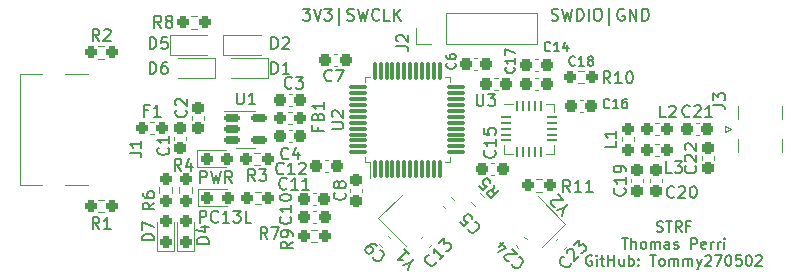
<source format=gto>
%TF.GenerationSoftware,KiCad,Pcbnew,(6.0.4)*%
%TF.CreationDate,2022-11-28T16:04:11+01:00*%
%TF.ProjectId,STM32F103RF,53544d33-3246-4313-9033-52462e6b6963,1*%
%TF.SameCoordinates,Original*%
%TF.FileFunction,Legend,Top*%
%TF.FilePolarity,Positive*%
%FSLAX46Y46*%
G04 Gerber Fmt 4.6, Leading zero omitted, Abs format (unit mm)*
G04 Created by KiCad (PCBNEW (6.0.4)) date 2022-11-28 16:04:11*
%MOMM*%
%LPD*%
G01*
G04 APERTURE LIST*
G04 Aperture macros list*
%AMRoundRect*
0 Rectangle with rounded corners*
0 $1 Rounding radius*
0 $2 $3 $4 $5 $6 $7 $8 $9 X,Y pos of 4 corners*
0 Add a 4 corners polygon primitive as box body*
4,1,4,$2,$3,$4,$5,$6,$7,$8,$9,$2,$3,0*
0 Add four circle primitives for the rounded corners*
1,1,$1+$1,$2,$3*
1,1,$1+$1,$4,$5*
1,1,$1+$1,$6,$7*
1,1,$1+$1,$8,$9*
0 Add four rect primitives between the rounded corners*
20,1,$1+$1,$2,$3,$4,$5,0*
20,1,$1+$1,$4,$5,$6,$7,0*
20,1,$1+$1,$6,$7,$8,$9,0*
20,1,$1+$1,$8,$9,$2,$3,0*%
%AMRotRect*
0 Rectangle, with rotation*
0 The origin of the aperture is its center*
0 $1 length*
0 $2 width*
0 $3 Rotation angle, in degrees counterclockwise*
0 Add horizontal line*
21,1,$1,$2,0,0,$3*%
G04 Aperture macros list end*
%ADD10C,0.150000*%
%ADD11C,0.120000*%
%ADD12RoundRect,0.237500X0.237500X-0.300000X0.237500X0.300000X-0.237500X0.300000X-0.237500X-0.300000X0*%
%ADD13RoundRect,0.237500X-0.287500X-0.237500X0.287500X-0.237500X0.287500X0.237500X-0.287500X0.237500X0*%
%ADD14RoundRect,0.237500X-0.237500X0.250000X-0.237500X-0.250000X0.237500X-0.250000X0.237500X0.250000X0*%
%ADD15RoundRect,0.237500X-0.344715X0.008839X0.008839X-0.344715X0.344715X-0.008839X-0.008839X0.344715X0*%
%ADD16RoundRect,0.237500X0.300000X0.237500X-0.300000X0.237500X-0.300000X-0.237500X0.300000X-0.237500X0*%
%ADD17RoundRect,0.075000X0.075000X-0.662500X0.075000X0.662500X-0.075000X0.662500X-0.075000X-0.662500X0*%
%ADD18RoundRect,0.075000X0.662500X-0.075000X0.662500X0.075000X-0.662500X0.075000X-0.662500X-0.075000X0*%
%ADD19RoundRect,0.237500X0.237500X-0.287500X0.237500X0.287500X-0.237500X0.287500X-0.237500X-0.287500X0*%
%ADD20RoundRect,0.237500X-0.380070X0.044194X0.044194X-0.380070X0.380070X-0.044194X-0.044194X0.380070X0*%
%ADD21R,1.700000X1.700000*%
%ADD22O,1.700000X1.700000*%
%ADD23C,0.650000*%
%ADD24R,1.450000X0.600000*%
%ADD25R,1.450000X0.300000*%
%ADD26O,1.600000X1.000000*%
%ADD27O,2.100000X1.000000*%
%ADD28RoundRect,0.237500X0.287500X0.237500X-0.287500X0.237500X-0.287500X-0.237500X0.287500X-0.237500X0*%
%ADD29RoundRect,0.237500X-0.300000X-0.237500X0.300000X-0.237500X0.300000X0.237500X-0.300000X0.237500X0*%
%ADD30RoundRect,0.237500X-0.250000X-0.237500X0.250000X-0.237500X0.250000X0.237500X-0.250000X0.237500X0*%
%ADD31RoundRect,0.237500X-0.237500X0.300000X-0.237500X-0.300000X0.237500X-0.300000X0.237500X0.300000X0*%
%ADD32R,1.000000X1.000000*%
%ADD33RoundRect,0.237500X0.044194X0.380070X-0.380070X-0.044194X-0.044194X-0.380070X0.380070X0.044194X0*%
%ADD34RoundRect,0.237500X0.250000X0.237500X-0.250000X0.237500X-0.250000X-0.237500X0.250000X-0.237500X0*%
%ADD35RoundRect,0.062500X-0.350000X-0.062500X0.350000X-0.062500X0.350000X0.062500X-0.350000X0.062500X0*%
%ADD36RoundRect,0.062500X-0.062500X-0.350000X0.062500X-0.350000X0.062500X0.350000X-0.062500X0.350000X0*%
%ADD37R,2.500000X2.500000*%
%ADD38RotRect,1.150000X1.000000X315.000000*%
%ADD39R,3.600000X1.270000*%
%ADD40R,4.200000X1.350000*%
%ADD41RoundRect,0.150000X-0.512500X-0.150000X0.512500X-0.150000X0.512500X0.150000X-0.512500X0.150000X0*%
%ADD42RotRect,1.150000X1.000000X135.000000*%
G04 APERTURE END LIST*
D10*
X111149702Y-53542261D02*
X111292559Y-53589880D01*
X111530654Y-53589880D01*
X111625892Y-53542261D01*
X111673511Y-53494642D01*
X111721130Y-53399404D01*
X111721130Y-53304166D01*
X111673511Y-53208928D01*
X111625892Y-53161309D01*
X111530654Y-53113690D01*
X111340178Y-53066071D01*
X111244940Y-53018452D01*
X111197321Y-52970833D01*
X111149702Y-52875595D01*
X111149702Y-52780357D01*
X111197321Y-52685119D01*
X111244940Y-52637500D01*
X111340178Y-52589880D01*
X111578273Y-52589880D01*
X111721130Y-52637500D01*
X112054464Y-52589880D02*
X112292559Y-53589880D01*
X112483035Y-52875595D01*
X112673511Y-53589880D01*
X112911607Y-52589880D01*
X113292559Y-53589880D02*
X113292559Y-52589880D01*
X113530654Y-52589880D01*
X113673511Y-52637500D01*
X113768750Y-52732738D01*
X113816369Y-52827976D01*
X113863988Y-53018452D01*
X113863988Y-53161309D01*
X113816369Y-53351785D01*
X113768750Y-53447023D01*
X113673511Y-53542261D01*
X113530654Y-53589880D01*
X113292559Y-53589880D01*
X114292559Y-53589880D02*
X114292559Y-52589880D01*
X114959226Y-52589880D02*
X115149702Y-52589880D01*
X115244940Y-52637500D01*
X115340178Y-52732738D01*
X115387797Y-52923214D01*
X115387797Y-53256547D01*
X115340178Y-53447023D01*
X115244940Y-53542261D01*
X115149702Y-53589880D01*
X114959226Y-53589880D01*
X114863988Y-53542261D01*
X114768750Y-53447023D01*
X114721130Y-53256547D01*
X114721130Y-52923214D01*
X114768750Y-52732738D01*
X114863988Y-52637500D01*
X114959226Y-52589880D01*
X116054464Y-53923214D02*
X116054464Y-52494642D01*
X117292559Y-52637500D02*
X117197321Y-52589880D01*
X117054464Y-52589880D01*
X116911607Y-52637500D01*
X116816369Y-52732738D01*
X116768750Y-52827976D01*
X116721130Y-53018452D01*
X116721130Y-53161309D01*
X116768750Y-53351785D01*
X116816369Y-53447023D01*
X116911607Y-53542261D01*
X117054464Y-53589880D01*
X117149702Y-53589880D01*
X117292559Y-53542261D01*
X117340178Y-53494642D01*
X117340178Y-53161309D01*
X117149702Y-53161309D01*
X117768750Y-53589880D02*
X117768750Y-52589880D01*
X118340178Y-53589880D01*
X118340178Y-52589880D01*
X118816369Y-53589880D02*
X118816369Y-52589880D01*
X119054464Y-52589880D01*
X119197321Y-52637500D01*
X119292559Y-52732738D01*
X119340178Y-52827976D01*
X119387797Y-53018452D01*
X119387797Y-53161309D01*
X119340178Y-53351785D01*
X119292559Y-53447023D01*
X119197321Y-53542261D01*
X119054464Y-53589880D01*
X118816369Y-53589880D01*
X81349702Y-70689880D02*
X81349702Y-69689880D01*
X81730654Y-69689880D01*
X81825892Y-69737500D01*
X81873511Y-69785119D01*
X81921130Y-69880357D01*
X81921130Y-70023214D01*
X81873511Y-70118452D01*
X81825892Y-70166071D01*
X81730654Y-70213690D01*
X81349702Y-70213690D01*
X82921130Y-70594642D02*
X82873511Y-70642261D01*
X82730654Y-70689880D01*
X82635416Y-70689880D01*
X82492559Y-70642261D01*
X82397321Y-70547023D01*
X82349702Y-70451785D01*
X82302083Y-70261309D01*
X82302083Y-70118452D01*
X82349702Y-69927976D01*
X82397321Y-69832738D01*
X82492559Y-69737500D01*
X82635416Y-69689880D01*
X82730654Y-69689880D01*
X82873511Y-69737500D01*
X82921130Y-69785119D01*
X83873511Y-70689880D02*
X83302083Y-70689880D01*
X83587797Y-70689880D02*
X83587797Y-69689880D01*
X83492559Y-69832738D01*
X83397321Y-69927976D01*
X83302083Y-69975595D01*
X84206845Y-69689880D02*
X84825892Y-69689880D01*
X84492559Y-70070833D01*
X84635416Y-70070833D01*
X84730654Y-70118452D01*
X84778273Y-70166071D01*
X84825892Y-70261309D01*
X84825892Y-70499404D01*
X84778273Y-70594642D01*
X84730654Y-70642261D01*
X84635416Y-70689880D01*
X84349702Y-70689880D01*
X84254464Y-70642261D01*
X84206845Y-70594642D01*
X85730654Y-70689880D02*
X85254464Y-70689880D01*
X85254464Y-69689880D01*
X120064285Y-71415285D02*
X120192857Y-71458142D01*
X120407142Y-71458142D01*
X120492857Y-71415285D01*
X120535714Y-71372428D01*
X120578571Y-71286714D01*
X120578571Y-71201000D01*
X120535714Y-71115285D01*
X120492857Y-71072428D01*
X120407142Y-71029571D01*
X120235714Y-70986714D01*
X120150000Y-70943857D01*
X120107142Y-70901000D01*
X120064285Y-70815285D01*
X120064285Y-70729571D01*
X120107142Y-70643857D01*
X120150000Y-70601000D01*
X120235714Y-70558142D01*
X120450000Y-70558142D01*
X120578571Y-70601000D01*
X120835714Y-70558142D02*
X121350000Y-70558142D01*
X121092857Y-71458142D02*
X121092857Y-70558142D01*
X122164285Y-71458142D02*
X121864285Y-71029571D01*
X121650000Y-71458142D02*
X121650000Y-70558142D01*
X121992857Y-70558142D01*
X122078571Y-70601000D01*
X122121428Y-70643857D01*
X122164285Y-70729571D01*
X122164285Y-70858142D01*
X122121428Y-70943857D01*
X122078571Y-70986714D01*
X121992857Y-71029571D01*
X121650000Y-71029571D01*
X122850000Y-70986714D02*
X122550000Y-70986714D01*
X122550000Y-71458142D02*
X122550000Y-70558142D01*
X122978571Y-70558142D01*
X117107142Y-72007142D02*
X117621428Y-72007142D01*
X117364285Y-72907142D02*
X117364285Y-72007142D01*
X117921428Y-72907142D02*
X117921428Y-72007142D01*
X118307142Y-72907142D02*
X118307142Y-72435714D01*
X118264285Y-72350000D01*
X118178571Y-72307142D01*
X118050000Y-72307142D01*
X117964285Y-72350000D01*
X117921428Y-72392857D01*
X118864285Y-72907142D02*
X118778571Y-72864285D01*
X118735714Y-72821428D01*
X118692857Y-72735714D01*
X118692857Y-72478571D01*
X118735714Y-72392857D01*
X118778571Y-72350000D01*
X118864285Y-72307142D01*
X118992857Y-72307142D01*
X119078571Y-72350000D01*
X119121428Y-72392857D01*
X119164285Y-72478571D01*
X119164285Y-72735714D01*
X119121428Y-72821428D01*
X119078571Y-72864285D01*
X118992857Y-72907142D01*
X118864285Y-72907142D01*
X119550000Y-72907142D02*
X119550000Y-72307142D01*
X119550000Y-72392857D02*
X119592857Y-72350000D01*
X119678571Y-72307142D01*
X119807142Y-72307142D01*
X119892857Y-72350000D01*
X119935714Y-72435714D01*
X119935714Y-72907142D01*
X119935714Y-72435714D02*
X119978571Y-72350000D01*
X120064285Y-72307142D01*
X120192857Y-72307142D01*
X120278571Y-72350000D01*
X120321428Y-72435714D01*
X120321428Y-72907142D01*
X121135714Y-72907142D02*
X121135714Y-72435714D01*
X121092857Y-72350000D01*
X121007142Y-72307142D01*
X120835714Y-72307142D01*
X120750000Y-72350000D01*
X121135714Y-72864285D02*
X121050000Y-72907142D01*
X120835714Y-72907142D01*
X120750000Y-72864285D01*
X120707142Y-72778571D01*
X120707142Y-72692857D01*
X120750000Y-72607142D01*
X120835714Y-72564285D01*
X121050000Y-72564285D01*
X121135714Y-72521428D01*
X121521428Y-72864285D02*
X121607142Y-72907142D01*
X121778571Y-72907142D01*
X121864285Y-72864285D01*
X121907142Y-72778571D01*
X121907142Y-72735714D01*
X121864285Y-72650000D01*
X121778571Y-72607142D01*
X121650000Y-72607142D01*
X121564285Y-72564285D01*
X121521428Y-72478571D01*
X121521428Y-72435714D01*
X121564285Y-72350000D01*
X121650000Y-72307142D01*
X121778571Y-72307142D01*
X121864285Y-72350000D01*
X122978571Y-72907142D02*
X122978571Y-72007142D01*
X123321428Y-72007142D01*
X123407142Y-72050000D01*
X123450000Y-72092857D01*
X123492857Y-72178571D01*
X123492857Y-72307142D01*
X123450000Y-72392857D01*
X123407142Y-72435714D01*
X123321428Y-72478571D01*
X122978571Y-72478571D01*
X124221428Y-72864285D02*
X124135714Y-72907142D01*
X123964285Y-72907142D01*
X123878571Y-72864285D01*
X123835714Y-72778571D01*
X123835714Y-72435714D01*
X123878571Y-72350000D01*
X123964285Y-72307142D01*
X124135714Y-72307142D01*
X124221428Y-72350000D01*
X124264285Y-72435714D01*
X124264285Y-72521428D01*
X123835714Y-72607142D01*
X124650000Y-72907142D02*
X124650000Y-72307142D01*
X124650000Y-72478571D02*
X124692857Y-72392857D01*
X124735714Y-72350000D01*
X124821428Y-72307142D01*
X124907142Y-72307142D01*
X125207142Y-72907142D02*
X125207142Y-72307142D01*
X125207142Y-72478571D02*
X125250000Y-72392857D01*
X125292857Y-72350000D01*
X125378571Y-72307142D01*
X125464285Y-72307142D01*
X125764285Y-72907142D02*
X125764285Y-72307142D01*
X125764285Y-72007142D02*
X125721428Y-72050000D01*
X125764285Y-72092857D01*
X125807142Y-72050000D01*
X125764285Y-72007142D01*
X125764285Y-72092857D01*
X114557142Y-73499000D02*
X114471428Y-73456142D01*
X114342857Y-73456142D01*
X114214285Y-73499000D01*
X114128571Y-73584714D01*
X114085714Y-73670428D01*
X114042857Y-73841857D01*
X114042857Y-73970428D01*
X114085714Y-74141857D01*
X114128571Y-74227571D01*
X114214285Y-74313285D01*
X114342857Y-74356142D01*
X114428571Y-74356142D01*
X114557142Y-74313285D01*
X114600000Y-74270428D01*
X114600000Y-73970428D01*
X114428571Y-73970428D01*
X114985714Y-74356142D02*
X114985714Y-73756142D01*
X114985714Y-73456142D02*
X114942857Y-73499000D01*
X114985714Y-73541857D01*
X115028571Y-73499000D01*
X114985714Y-73456142D01*
X114985714Y-73541857D01*
X115285714Y-73756142D02*
X115628571Y-73756142D01*
X115414285Y-73456142D02*
X115414285Y-74227571D01*
X115457142Y-74313285D01*
X115542857Y-74356142D01*
X115628571Y-74356142D01*
X115928571Y-74356142D02*
X115928571Y-73456142D01*
X115928571Y-73884714D02*
X116442857Y-73884714D01*
X116442857Y-74356142D02*
X116442857Y-73456142D01*
X117257142Y-73756142D02*
X117257142Y-74356142D01*
X116871428Y-73756142D02*
X116871428Y-74227571D01*
X116914285Y-74313285D01*
X117000000Y-74356142D01*
X117128571Y-74356142D01*
X117214285Y-74313285D01*
X117257142Y-74270428D01*
X117685714Y-74356142D02*
X117685714Y-73456142D01*
X117685714Y-73799000D02*
X117771428Y-73756142D01*
X117942857Y-73756142D01*
X118028571Y-73799000D01*
X118071428Y-73841857D01*
X118114285Y-73927571D01*
X118114285Y-74184714D01*
X118071428Y-74270428D01*
X118028571Y-74313285D01*
X117942857Y-74356142D01*
X117771428Y-74356142D01*
X117685714Y-74313285D01*
X118500000Y-74270428D02*
X118542857Y-74313285D01*
X118500000Y-74356142D01*
X118457142Y-74313285D01*
X118500000Y-74270428D01*
X118500000Y-74356142D01*
X118500000Y-73799000D02*
X118542857Y-73841857D01*
X118500000Y-73884714D01*
X118457142Y-73841857D01*
X118500000Y-73799000D01*
X118500000Y-73884714D01*
X119485714Y-73456142D02*
X120000000Y-73456142D01*
X119742857Y-74356142D02*
X119742857Y-73456142D01*
X120428571Y-74356142D02*
X120342857Y-74313285D01*
X120300000Y-74270428D01*
X120257142Y-74184714D01*
X120257142Y-73927571D01*
X120300000Y-73841857D01*
X120342857Y-73799000D01*
X120428571Y-73756142D01*
X120557142Y-73756142D01*
X120642857Y-73799000D01*
X120685714Y-73841857D01*
X120728571Y-73927571D01*
X120728571Y-74184714D01*
X120685714Y-74270428D01*
X120642857Y-74313285D01*
X120557142Y-74356142D01*
X120428571Y-74356142D01*
X121114285Y-74356142D02*
X121114285Y-73756142D01*
X121114285Y-73841857D02*
X121157142Y-73799000D01*
X121242857Y-73756142D01*
X121371428Y-73756142D01*
X121457142Y-73799000D01*
X121500000Y-73884714D01*
X121500000Y-74356142D01*
X121500000Y-73884714D02*
X121542857Y-73799000D01*
X121628571Y-73756142D01*
X121757142Y-73756142D01*
X121842857Y-73799000D01*
X121885714Y-73884714D01*
X121885714Y-74356142D01*
X122314285Y-74356142D02*
X122314285Y-73756142D01*
X122314285Y-73841857D02*
X122357142Y-73799000D01*
X122442857Y-73756142D01*
X122571428Y-73756142D01*
X122657142Y-73799000D01*
X122700000Y-73884714D01*
X122700000Y-74356142D01*
X122700000Y-73884714D02*
X122742857Y-73799000D01*
X122828571Y-73756142D01*
X122957142Y-73756142D01*
X123042857Y-73799000D01*
X123085714Y-73884714D01*
X123085714Y-74356142D01*
X123428571Y-73756142D02*
X123642857Y-74356142D01*
X123857142Y-73756142D02*
X123642857Y-74356142D01*
X123557142Y-74570428D01*
X123514285Y-74613285D01*
X123428571Y-74656142D01*
X124157142Y-73541857D02*
X124200000Y-73499000D01*
X124285714Y-73456142D01*
X124500000Y-73456142D01*
X124585714Y-73499000D01*
X124628571Y-73541857D01*
X124671428Y-73627571D01*
X124671428Y-73713285D01*
X124628571Y-73841857D01*
X124114285Y-74356142D01*
X124671428Y-74356142D01*
X124971428Y-73456142D02*
X125571428Y-73456142D01*
X125185714Y-74356142D01*
X126085714Y-73456142D02*
X126171428Y-73456142D01*
X126257142Y-73499000D01*
X126300000Y-73541857D01*
X126342857Y-73627571D01*
X126385714Y-73799000D01*
X126385714Y-74013285D01*
X126342857Y-74184714D01*
X126300000Y-74270428D01*
X126257142Y-74313285D01*
X126171428Y-74356142D01*
X126085714Y-74356142D01*
X126000000Y-74313285D01*
X125957142Y-74270428D01*
X125914285Y-74184714D01*
X125871428Y-74013285D01*
X125871428Y-73799000D01*
X125914285Y-73627571D01*
X125957142Y-73541857D01*
X126000000Y-73499000D01*
X126085714Y-73456142D01*
X127200000Y-73456142D02*
X126771428Y-73456142D01*
X126728571Y-73884714D01*
X126771428Y-73841857D01*
X126857142Y-73799000D01*
X127071428Y-73799000D01*
X127157142Y-73841857D01*
X127200000Y-73884714D01*
X127242857Y-73970428D01*
X127242857Y-74184714D01*
X127200000Y-74270428D01*
X127157142Y-74313285D01*
X127071428Y-74356142D01*
X126857142Y-74356142D01*
X126771428Y-74313285D01*
X126728571Y-74270428D01*
X127799999Y-73456142D02*
X127885714Y-73456142D01*
X127971428Y-73499000D01*
X128014285Y-73541857D01*
X128057142Y-73627571D01*
X128099999Y-73799000D01*
X128099999Y-74013285D01*
X128057142Y-74184714D01*
X128014285Y-74270428D01*
X127971428Y-74313285D01*
X127885714Y-74356142D01*
X127799999Y-74356142D01*
X127714285Y-74313285D01*
X127671428Y-74270428D01*
X127628571Y-74184714D01*
X127585714Y-74013285D01*
X127585714Y-73799000D01*
X127628571Y-73627571D01*
X127671428Y-73541857D01*
X127714285Y-73499000D01*
X127799999Y-73456142D01*
X128442857Y-73541857D02*
X128485714Y-73499000D01*
X128571428Y-73456142D01*
X128785714Y-73456142D01*
X128871428Y-73499000D01*
X128914285Y-73541857D01*
X128957142Y-73627571D01*
X128957142Y-73713285D01*
X128914285Y-73841857D01*
X128399999Y-74356142D01*
X128957142Y-74356142D01*
X90102083Y-52589880D02*
X90721130Y-52589880D01*
X90387797Y-52970833D01*
X90530654Y-52970833D01*
X90625892Y-53018452D01*
X90673511Y-53066071D01*
X90721130Y-53161309D01*
X90721130Y-53399404D01*
X90673511Y-53494642D01*
X90625892Y-53542261D01*
X90530654Y-53589880D01*
X90244940Y-53589880D01*
X90149702Y-53542261D01*
X90102083Y-53494642D01*
X91006845Y-52589880D02*
X91340178Y-53589880D01*
X91673511Y-52589880D01*
X91911607Y-52589880D02*
X92530654Y-52589880D01*
X92197321Y-52970833D01*
X92340178Y-52970833D01*
X92435416Y-53018452D01*
X92483035Y-53066071D01*
X92530654Y-53161309D01*
X92530654Y-53399404D01*
X92483035Y-53494642D01*
X92435416Y-53542261D01*
X92340178Y-53589880D01*
X92054464Y-53589880D01*
X91959226Y-53542261D01*
X91911607Y-53494642D01*
X93197321Y-53923214D02*
X93197321Y-52494642D01*
X93863988Y-53542261D02*
X94006845Y-53589880D01*
X94244940Y-53589880D01*
X94340178Y-53542261D01*
X94387797Y-53494642D01*
X94435416Y-53399404D01*
X94435416Y-53304166D01*
X94387797Y-53208928D01*
X94340178Y-53161309D01*
X94244940Y-53113690D01*
X94054464Y-53066071D01*
X93959226Y-53018452D01*
X93911607Y-52970833D01*
X93863988Y-52875595D01*
X93863988Y-52780357D01*
X93911607Y-52685119D01*
X93959226Y-52637500D01*
X94054464Y-52589880D01*
X94292559Y-52589880D01*
X94435416Y-52637500D01*
X94768750Y-52589880D02*
X95006845Y-53589880D01*
X95197321Y-52875595D01*
X95387797Y-53589880D01*
X95625892Y-52589880D01*
X96578273Y-53494642D02*
X96530654Y-53542261D01*
X96387797Y-53589880D01*
X96292559Y-53589880D01*
X96149702Y-53542261D01*
X96054464Y-53447023D01*
X96006845Y-53351785D01*
X95959226Y-53161309D01*
X95959226Y-53018452D01*
X96006845Y-52827976D01*
X96054464Y-52732738D01*
X96149702Y-52637500D01*
X96292559Y-52589880D01*
X96387797Y-52589880D01*
X96530654Y-52637500D01*
X96578273Y-52685119D01*
X97483035Y-53589880D02*
X97006845Y-53589880D01*
X97006845Y-52589880D01*
X97816369Y-53589880D02*
X97816369Y-52589880D01*
X98387797Y-53589880D02*
X97959226Y-53018452D01*
X98387797Y-52589880D02*
X97816369Y-53161309D01*
X81397916Y-67339880D02*
X81397916Y-66339880D01*
X81778869Y-66339880D01*
X81874107Y-66387500D01*
X81921726Y-66435119D01*
X81969345Y-66530357D01*
X81969345Y-66673214D01*
X81921726Y-66768452D01*
X81874107Y-66816071D01*
X81778869Y-66863690D01*
X81397916Y-66863690D01*
X82302678Y-66339880D02*
X82540773Y-67339880D01*
X82731250Y-66625595D01*
X82921726Y-67339880D01*
X83159821Y-66339880D01*
X84112202Y-67339880D02*
X83778869Y-66863690D01*
X83540773Y-67339880D02*
X83540773Y-66339880D01*
X83921726Y-66339880D01*
X84016964Y-66387500D01*
X84064583Y-66435119D01*
X84112202Y-66530357D01*
X84112202Y-66673214D01*
X84064583Y-66768452D01*
X84016964Y-66816071D01*
X83921726Y-66863690D01*
X83540773Y-66863690D01*
X80188392Y-61154166D02*
X80236011Y-61201785D01*
X80283630Y-61344642D01*
X80283630Y-61439880D01*
X80236011Y-61582738D01*
X80140773Y-61677976D01*
X80045535Y-61725595D01*
X79855059Y-61773214D01*
X79712202Y-61773214D01*
X79521726Y-61725595D01*
X79426488Y-61677976D01*
X79331250Y-61582738D01*
X79283630Y-61439880D01*
X79283630Y-61344642D01*
X79331250Y-61201785D01*
X79378869Y-61154166D01*
X79378869Y-60773214D02*
X79331250Y-60725595D01*
X79283630Y-60630357D01*
X79283630Y-60392261D01*
X79331250Y-60297023D01*
X79378869Y-60249404D01*
X79474107Y-60201785D01*
X79569345Y-60201785D01*
X79712202Y-60249404D01*
X80283630Y-60820833D01*
X80283630Y-60201785D01*
X79802083Y-66289880D02*
X79468750Y-65813690D01*
X79230654Y-66289880D02*
X79230654Y-65289880D01*
X79611607Y-65289880D01*
X79706845Y-65337500D01*
X79754464Y-65385119D01*
X79802083Y-65480357D01*
X79802083Y-65623214D01*
X79754464Y-65718452D01*
X79706845Y-65766071D01*
X79611607Y-65813690D01*
X79230654Y-65813690D01*
X80659226Y-65623214D02*
X80659226Y-66289880D01*
X80421130Y-65242261D02*
X80183035Y-65956547D01*
X80802083Y-65956547D01*
X121525892Y-68494642D02*
X121478273Y-68542261D01*
X121335416Y-68589880D01*
X121240178Y-68589880D01*
X121097321Y-68542261D01*
X121002083Y-68447023D01*
X120954464Y-68351785D01*
X120906845Y-68161309D01*
X120906845Y-68018452D01*
X120954464Y-67827976D01*
X121002083Y-67732738D01*
X121097321Y-67637500D01*
X121240178Y-67589880D01*
X121335416Y-67589880D01*
X121478273Y-67637500D01*
X121525892Y-67685119D01*
X121906845Y-67685119D02*
X121954464Y-67637500D01*
X122049702Y-67589880D01*
X122287797Y-67589880D01*
X122383035Y-67637500D01*
X122430654Y-67685119D01*
X122478273Y-67780357D01*
X122478273Y-67875595D01*
X122430654Y-68018452D01*
X121859226Y-68589880D01*
X122478273Y-68589880D01*
X123097321Y-67589880D02*
X123192559Y-67589880D01*
X123287797Y-67637500D01*
X123335416Y-67685119D01*
X123383035Y-67780357D01*
X123430654Y-67970833D01*
X123430654Y-68208928D01*
X123383035Y-68399404D01*
X123335416Y-68494642D01*
X123287797Y-68542261D01*
X123192559Y-68589880D01*
X123097321Y-68589880D01*
X123002083Y-68542261D01*
X122954464Y-68494642D01*
X122906845Y-68399404D01*
X122859226Y-68208928D01*
X122859226Y-67970833D01*
X122906845Y-67780357D01*
X122954464Y-67685119D01*
X123002083Y-67637500D01*
X123097321Y-67589880D01*
X106317645Y-67524306D02*
X106216630Y-68096726D01*
X106721706Y-67928367D02*
X106014600Y-68635474D01*
X105745225Y-68366100D01*
X105711554Y-68265085D01*
X105711554Y-68197741D01*
X105745225Y-68096726D01*
X105846241Y-67995711D01*
X105947256Y-67962039D01*
X106014600Y-67962039D01*
X106115615Y-67995711D01*
X106384989Y-68265085D01*
X104970775Y-67591649D02*
X105307493Y-67928367D01*
X105677882Y-67625321D01*
X105610538Y-67625321D01*
X105509523Y-67591649D01*
X105341164Y-67423291D01*
X105307493Y-67322275D01*
X105307493Y-67254932D01*
X105341164Y-67153917D01*
X105509523Y-66985558D01*
X105610538Y-66951886D01*
X105677882Y-66951886D01*
X105778897Y-66985558D01*
X105947256Y-67153917D01*
X105980928Y-67254932D01*
X105980928Y-67322275D01*
X88460267Y-66510267D02*
X88412648Y-66557886D01*
X88269791Y-66605505D01*
X88174553Y-66605505D01*
X88031696Y-66557886D01*
X87936458Y-66462648D01*
X87888839Y-66367410D01*
X87841220Y-66176934D01*
X87841220Y-66034077D01*
X87888839Y-65843601D01*
X87936458Y-65748363D01*
X88031696Y-65653125D01*
X88174553Y-65605505D01*
X88269791Y-65605505D01*
X88412648Y-65653125D01*
X88460267Y-65700744D01*
X89412648Y-66605505D02*
X88841220Y-66605505D01*
X89126934Y-66605505D02*
X89126934Y-65605505D01*
X89031696Y-65748363D01*
X88936458Y-65843601D01*
X88841220Y-65891220D01*
X89793601Y-65700744D02*
X89841220Y-65653125D01*
X89936458Y-65605505D01*
X90174553Y-65605505D01*
X90269791Y-65653125D01*
X90317410Y-65700744D01*
X90365029Y-65795982D01*
X90365029Y-65891220D01*
X90317410Y-66034077D01*
X89745982Y-66605505D01*
X90365029Y-66605505D01*
X92533630Y-62749404D02*
X93343154Y-62749404D01*
X93438392Y-62701785D01*
X93486011Y-62654166D01*
X93533630Y-62558928D01*
X93533630Y-62368452D01*
X93486011Y-62273214D01*
X93438392Y-62225595D01*
X93343154Y-62177976D01*
X92533630Y-62177976D01*
X92628869Y-61749404D02*
X92581250Y-61701785D01*
X92533630Y-61606547D01*
X92533630Y-61368452D01*
X92581250Y-61273214D01*
X92628869Y-61225595D01*
X92724107Y-61177976D01*
X92819345Y-61177976D01*
X92962202Y-61225595D01*
X93533630Y-61797023D01*
X93533630Y-61177976D01*
X116646130Y-63804166D02*
X116646130Y-64280357D01*
X115646130Y-64280357D01*
X116646130Y-62947023D02*
X116646130Y-63518452D01*
X116646130Y-63232738D02*
X115646130Y-63232738D01*
X115788988Y-63327976D01*
X115884226Y-63423214D01*
X115931845Y-63518452D01*
X91359821Y-62570833D02*
X91359821Y-62904166D01*
X91883630Y-62904166D02*
X90883630Y-62904166D01*
X90883630Y-62427976D01*
X91359821Y-61713690D02*
X91407440Y-61570833D01*
X91455059Y-61523214D01*
X91550297Y-61475595D01*
X91693154Y-61475595D01*
X91788392Y-61523214D01*
X91836011Y-61570833D01*
X91883630Y-61666071D01*
X91883630Y-62047023D01*
X90883630Y-62047023D01*
X90883630Y-61713690D01*
X90931250Y-61618452D01*
X90978869Y-61570833D01*
X91074107Y-61523214D01*
X91169345Y-61523214D01*
X91264583Y-61570833D01*
X91312202Y-61618452D01*
X91359821Y-61713690D01*
X91359821Y-62047023D01*
X91883630Y-60523214D02*
X91883630Y-61094642D01*
X91883630Y-60808928D02*
X90883630Y-60808928D01*
X91026488Y-60904166D01*
X91121726Y-60999404D01*
X91169345Y-61094642D01*
X96601639Y-73052813D02*
X96668982Y-73052813D01*
X96803669Y-73120157D01*
X96871013Y-73187501D01*
X96938356Y-73322188D01*
X96938356Y-73456875D01*
X96904685Y-73557890D01*
X96803669Y-73726249D01*
X96702654Y-73827264D01*
X96534295Y-73928279D01*
X96433280Y-73961951D01*
X96298593Y-73961951D01*
X96163906Y-73894607D01*
X96096562Y-73827264D01*
X96029219Y-73692577D01*
X96029219Y-73625233D01*
X96332265Y-72648752D02*
X96197578Y-72514065D01*
X96096562Y-72480394D01*
X96029219Y-72480394D01*
X95860860Y-72514065D01*
X95692501Y-72615081D01*
X95423127Y-72884455D01*
X95389456Y-72985470D01*
X95389456Y-73052813D01*
X95423127Y-73153829D01*
X95557814Y-73288516D01*
X95658830Y-73322188D01*
X95726173Y-73322188D01*
X95827188Y-73288516D01*
X95995547Y-73120157D01*
X96029219Y-73019142D01*
X96029219Y-72951798D01*
X95995547Y-72850783D01*
X95860860Y-72716096D01*
X95759845Y-72682424D01*
X95692501Y-72682424D01*
X95591486Y-72716096D01*
X98021130Y-55770833D02*
X98735416Y-55770833D01*
X98878273Y-55818452D01*
X98973511Y-55913690D01*
X99021130Y-56056547D01*
X99021130Y-56151785D01*
X98116369Y-55342261D02*
X98068750Y-55294642D01*
X98021130Y-55199404D01*
X98021130Y-54961309D01*
X98068750Y-54866071D01*
X98116369Y-54818452D01*
X98211607Y-54770833D01*
X98306845Y-54770833D01*
X98449702Y-54818452D01*
X99021130Y-55389880D01*
X99021130Y-54770833D01*
X75421130Y-64770833D02*
X76135416Y-64770833D01*
X76278273Y-64818452D01*
X76373511Y-64913690D01*
X76421130Y-65056547D01*
X76421130Y-65151785D01*
X76421130Y-63770833D02*
X76421130Y-64342261D01*
X76421130Y-64056547D02*
X75421130Y-64056547D01*
X75563988Y-64151785D01*
X75659226Y-64247023D01*
X75706845Y-64342261D01*
X77521130Y-69004166D02*
X77044940Y-69337500D01*
X77521130Y-69575595D02*
X76521130Y-69575595D01*
X76521130Y-69194642D01*
X76568750Y-69099404D01*
X76616369Y-69051785D01*
X76711607Y-69004166D01*
X76854464Y-69004166D01*
X76949702Y-69051785D01*
X76997321Y-69099404D01*
X77044940Y-69194642D01*
X77044940Y-69575595D01*
X76521130Y-68147023D02*
X76521130Y-68337500D01*
X76568750Y-68432738D01*
X76616369Y-68480357D01*
X76759226Y-68575595D01*
X76949702Y-68623214D01*
X77330654Y-68623214D01*
X77425892Y-68575595D01*
X77473511Y-68527976D01*
X77521130Y-68432738D01*
X77521130Y-68242261D01*
X77473511Y-68147023D01*
X77425892Y-68099404D01*
X77330654Y-68051785D01*
X77092559Y-68051785D01*
X76997321Y-68099404D01*
X76949702Y-68147023D01*
X76902083Y-68242261D01*
X76902083Y-68432738D01*
X76949702Y-68527976D01*
X76997321Y-68575595D01*
X77092559Y-68623214D01*
X117325892Y-67780357D02*
X117373511Y-67827976D01*
X117421130Y-67970833D01*
X117421130Y-68066071D01*
X117373511Y-68208928D01*
X117278273Y-68304166D01*
X117183035Y-68351785D01*
X116992559Y-68399404D01*
X116849702Y-68399404D01*
X116659226Y-68351785D01*
X116563988Y-68304166D01*
X116468750Y-68208928D01*
X116421130Y-68066071D01*
X116421130Y-67970833D01*
X116468750Y-67827976D01*
X116516369Y-67780357D01*
X117421130Y-66827976D02*
X117421130Y-67399404D01*
X117421130Y-67113690D02*
X116421130Y-67113690D01*
X116563988Y-67208928D01*
X116659226Y-67304166D01*
X116706845Y-67399404D01*
X117421130Y-66351785D02*
X117421130Y-66161309D01*
X117373511Y-66066071D01*
X117325892Y-66018452D01*
X117183035Y-65923214D01*
X116992559Y-65875595D01*
X116611607Y-65875595D01*
X116516369Y-65923214D01*
X116468750Y-65970833D01*
X116421130Y-66066071D01*
X116421130Y-66256547D01*
X116468750Y-66351785D01*
X116516369Y-66399404D01*
X116611607Y-66447023D01*
X116849702Y-66447023D01*
X116944940Y-66399404D01*
X116992559Y-66351785D01*
X117040178Y-66256547D01*
X117040178Y-66066071D01*
X116992559Y-65970833D01*
X116944940Y-65923214D01*
X116849702Y-65875595D01*
X88725892Y-67794642D02*
X88678273Y-67842261D01*
X88535416Y-67889880D01*
X88440178Y-67889880D01*
X88297321Y-67842261D01*
X88202083Y-67747023D01*
X88154464Y-67651785D01*
X88106845Y-67461309D01*
X88106845Y-67318452D01*
X88154464Y-67127976D01*
X88202083Y-67032738D01*
X88297321Y-66937500D01*
X88440178Y-66889880D01*
X88535416Y-66889880D01*
X88678273Y-66937500D01*
X88725892Y-66985119D01*
X89678273Y-67889880D02*
X89106845Y-67889880D01*
X89392559Y-67889880D02*
X89392559Y-66889880D01*
X89297321Y-67032738D01*
X89202083Y-67127976D01*
X89106845Y-67175595D01*
X90630654Y-67889880D02*
X90059226Y-67889880D01*
X90344940Y-67889880D02*
X90344940Y-66889880D01*
X90249702Y-67032738D01*
X90154464Y-67127976D01*
X90059226Y-67175595D01*
X121327083Y-66489880D02*
X120850892Y-66489880D01*
X120850892Y-65489880D01*
X121565178Y-65489880D02*
X122184226Y-65489880D01*
X121850892Y-65870833D01*
X121993750Y-65870833D01*
X122088988Y-65918452D01*
X122136607Y-65966071D01*
X122184226Y-66061309D01*
X122184226Y-66299404D01*
X122136607Y-66394642D01*
X122088988Y-66442261D01*
X121993750Y-66489880D01*
X121708035Y-66489880D01*
X121612797Y-66442261D01*
X121565178Y-66394642D01*
X102954464Y-57170833D02*
X102992559Y-57208928D01*
X103030654Y-57323214D01*
X103030654Y-57399404D01*
X102992559Y-57513690D01*
X102916369Y-57589880D01*
X102840178Y-57627976D01*
X102687797Y-57666071D01*
X102573511Y-57666071D01*
X102421130Y-57627976D01*
X102344940Y-57589880D01*
X102268750Y-57513690D01*
X102230654Y-57399404D01*
X102230654Y-57323214D01*
X102268750Y-57208928D01*
X102306845Y-57170833D01*
X102230654Y-56485119D02*
X102230654Y-56637500D01*
X102268750Y-56713690D01*
X102306845Y-56751785D01*
X102421130Y-56827976D01*
X102573511Y-56866071D01*
X102878273Y-56866071D01*
X102954464Y-56827976D01*
X102992559Y-56789880D01*
X103030654Y-56713690D01*
X103030654Y-56561309D01*
X102992559Y-56485119D01*
X102954464Y-56447023D01*
X102878273Y-56408928D01*
X102687797Y-56408928D01*
X102611607Y-56447023D01*
X102573511Y-56485119D01*
X102535416Y-56561309D01*
X102535416Y-56713690D01*
X102573511Y-56789880D01*
X102611607Y-56827976D01*
X102687797Y-56866071D01*
X72864583Y-71239880D02*
X72531250Y-70763690D01*
X72293154Y-71239880D02*
X72293154Y-70239880D01*
X72674107Y-70239880D01*
X72769345Y-70287500D01*
X72816964Y-70335119D01*
X72864583Y-70430357D01*
X72864583Y-70573214D01*
X72816964Y-70668452D01*
X72769345Y-70716071D01*
X72674107Y-70763690D01*
X72293154Y-70763690D01*
X73816964Y-71239880D02*
X73245535Y-71239880D01*
X73531250Y-71239880D02*
X73531250Y-70239880D01*
X73436011Y-70382738D01*
X73340773Y-70477976D01*
X73245535Y-70525595D01*
X78688392Y-64354166D02*
X78736011Y-64401785D01*
X78783630Y-64544642D01*
X78783630Y-64639880D01*
X78736011Y-64782738D01*
X78640773Y-64877976D01*
X78545535Y-64925595D01*
X78355059Y-64973214D01*
X78212202Y-64973214D01*
X78021726Y-64925595D01*
X77926488Y-64877976D01*
X77831250Y-64782738D01*
X77783630Y-64639880D01*
X77783630Y-64544642D01*
X77831250Y-64401785D01*
X77878869Y-64354166D01*
X78783630Y-63401785D02*
X78783630Y-63973214D01*
X78783630Y-63687500D02*
X77783630Y-63687500D01*
X77926488Y-63782738D01*
X78021726Y-63877976D01*
X78069345Y-63973214D01*
X87430654Y-55989880D02*
X87430654Y-54989880D01*
X87668750Y-54989880D01*
X87811607Y-55037500D01*
X87906845Y-55132738D01*
X87954464Y-55227976D01*
X88002083Y-55418452D01*
X88002083Y-55561309D01*
X87954464Y-55751785D01*
X87906845Y-55847023D01*
X87811607Y-55942261D01*
X87668750Y-55989880D01*
X87430654Y-55989880D01*
X88383035Y-55085119D02*
X88430654Y-55037500D01*
X88525892Y-54989880D01*
X88763988Y-54989880D01*
X88859226Y-55037500D01*
X88906845Y-55085119D01*
X88954464Y-55180357D01*
X88954464Y-55275595D01*
X88906845Y-55418452D01*
X88335416Y-55989880D01*
X88954464Y-55989880D01*
X101340382Y-74005769D02*
X101340382Y-74073113D01*
X101273038Y-74207800D01*
X101205695Y-74275143D01*
X101071008Y-74342487D01*
X100936321Y-74342487D01*
X100835306Y-74308815D01*
X100666947Y-74207800D01*
X100565932Y-74106785D01*
X100464916Y-73938426D01*
X100431245Y-73837411D01*
X100431245Y-73702724D01*
X100498588Y-73568037D01*
X100565932Y-73500693D01*
X100700619Y-73433350D01*
X100767962Y-73433350D01*
X102081161Y-73399678D02*
X101677100Y-73803739D01*
X101879130Y-73601708D02*
X101172023Y-72894601D01*
X101205695Y-73062960D01*
X101205695Y-73197647D01*
X101172023Y-73298663D01*
X101609756Y-72456869D02*
X102047489Y-72019136D01*
X102081161Y-72524212D01*
X102182176Y-72423197D01*
X102283191Y-72389525D01*
X102350535Y-72389525D01*
X102451550Y-72423197D01*
X102619909Y-72591556D01*
X102653580Y-72692571D01*
X102653580Y-72759914D01*
X102619909Y-72860930D01*
X102417878Y-73062960D01*
X102316863Y-73096632D01*
X102249519Y-73096632D01*
X86064583Y-67169880D02*
X85731250Y-66693690D01*
X85493154Y-67169880D02*
X85493154Y-66169880D01*
X85874107Y-66169880D01*
X85969345Y-66217500D01*
X86016964Y-66265119D01*
X86064583Y-66360357D01*
X86064583Y-66503214D01*
X86016964Y-66598452D01*
X85969345Y-66646071D01*
X85874107Y-66693690D01*
X85493154Y-66693690D01*
X86397916Y-66169880D02*
X87016964Y-66169880D01*
X86683630Y-66550833D01*
X86826488Y-66550833D01*
X86921726Y-66598452D01*
X86969345Y-66646071D01*
X87016964Y-66741309D01*
X87016964Y-66979404D01*
X86969345Y-67074642D01*
X86921726Y-67122261D01*
X86826488Y-67169880D01*
X86540773Y-67169880D01*
X86445535Y-67122261D01*
X86397916Y-67074642D01*
X78102083Y-54189880D02*
X77768750Y-53713690D01*
X77530654Y-54189880D02*
X77530654Y-53189880D01*
X77911607Y-53189880D01*
X78006845Y-53237500D01*
X78054464Y-53285119D01*
X78102083Y-53380357D01*
X78102083Y-53523214D01*
X78054464Y-53618452D01*
X78006845Y-53666071D01*
X77911607Y-53713690D01*
X77530654Y-53713690D01*
X78673511Y-53618452D02*
X78578273Y-53570833D01*
X78530654Y-53523214D01*
X78483035Y-53427976D01*
X78483035Y-53380357D01*
X78530654Y-53285119D01*
X78578273Y-53237500D01*
X78673511Y-53189880D01*
X78863988Y-53189880D01*
X78959226Y-53237500D01*
X79006845Y-53285119D01*
X79054464Y-53380357D01*
X79054464Y-53427976D01*
X79006845Y-53523214D01*
X78959226Y-53570833D01*
X78863988Y-53618452D01*
X78673511Y-53618452D01*
X78578273Y-53666071D01*
X78530654Y-53713690D01*
X78483035Y-53808928D01*
X78483035Y-53999404D01*
X78530654Y-54094642D01*
X78578273Y-54142261D01*
X78673511Y-54189880D01*
X78863988Y-54189880D01*
X78959226Y-54142261D01*
X79006845Y-54094642D01*
X79054464Y-53999404D01*
X79054464Y-53808928D01*
X79006845Y-53713690D01*
X78959226Y-53666071D01*
X78863988Y-53618452D01*
X104806845Y-59789880D02*
X104806845Y-60599404D01*
X104854464Y-60694642D01*
X104902083Y-60742261D01*
X104997321Y-60789880D01*
X105187797Y-60789880D01*
X105283035Y-60742261D01*
X105330654Y-60694642D01*
X105378273Y-60599404D01*
X105378273Y-59789880D01*
X105759226Y-59789880D02*
X106378273Y-59789880D01*
X106044940Y-60170833D01*
X106187797Y-60170833D01*
X106283035Y-60218452D01*
X106330654Y-60266071D01*
X106378273Y-60361309D01*
X106378273Y-60599404D01*
X106330654Y-60694642D01*
X106283035Y-60742261D01*
X106187797Y-60789880D01*
X105902083Y-60789880D01*
X105806845Y-60742261D01*
X105759226Y-60694642D01*
X87102083Y-72089880D02*
X86768750Y-71613690D01*
X86530654Y-72089880D02*
X86530654Y-71089880D01*
X86911607Y-71089880D01*
X87006845Y-71137500D01*
X87054464Y-71185119D01*
X87102083Y-71280357D01*
X87102083Y-71423214D01*
X87054464Y-71518452D01*
X87006845Y-71566071D01*
X86911607Y-71613690D01*
X86530654Y-71613690D01*
X87435416Y-71089880D02*
X88102083Y-71089880D01*
X87673511Y-72089880D01*
X99151131Y-74141053D02*
X99487849Y-73804335D01*
X99016444Y-74747144D02*
X99151131Y-74141053D01*
X98545040Y-74275740D01*
X98646055Y-72962542D02*
X99050116Y-73366603D01*
X98848085Y-73164572D02*
X98140979Y-73871679D01*
X98309337Y-73838007D01*
X98444024Y-73838007D01*
X98545040Y-73871679D01*
X108375855Y-73639530D02*
X108443199Y-73639530D01*
X108577886Y-73706874D01*
X108645229Y-73774217D01*
X108712573Y-73908904D01*
X108712573Y-74043591D01*
X108678901Y-74144606D01*
X108577886Y-74312965D01*
X108476871Y-74413980D01*
X108308512Y-74514996D01*
X108207497Y-74548667D01*
X108072810Y-74548667D01*
X107938123Y-74481324D01*
X107870779Y-74413980D01*
X107803436Y-74279293D01*
X107803436Y-74211950D01*
X107534061Y-73942576D02*
X107466718Y-73942576D01*
X107365703Y-73908904D01*
X107197344Y-73740545D01*
X107163672Y-73639530D01*
X107163672Y-73572187D01*
X107197344Y-73471171D01*
X107264687Y-73403828D01*
X107399374Y-73336484D01*
X108207497Y-73336484D01*
X107769764Y-72898751D01*
X106692268Y-72764064D02*
X107163672Y-72292660D01*
X106591252Y-73201797D02*
X107264687Y-72865080D01*
X106826955Y-72427347D01*
X113154464Y-57323214D02*
X113116369Y-57361309D01*
X113002083Y-57399404D01*
X112925892Y-57399404D01*
X112811607Y-57361309D01*
X112735416Y-57285119D01*
X112697321Y-57208928D01*
X112659226Y-57056547D01*
X112659226Y-56942261D01*
X112697321Y-56789880D01*
X112735416Y-56713690D01*
X112811607Y-56637500D01*
X112925892Y-56599404D01*
X113002083Y-56599404D01*
X113116369Y-56637500D01*
X113154464Y-56675595D01*
X113916369Y-57399404D02*
X113459226Y-57399404D01*
X113687797Y-57399404D02*
X113687797Y-56599404D01*
X113611607Y-56713690D01*
X113535416Y-56789880D01*
X113459226Y-56827976D01*
X114373511Y-56942261D02*
X114297321Y-56904166D01*
X114259226Y-56866071D01*
X114221130Y-56789880D01*
X114221130Y-56751785D01*
X114259226Y-56675595D01*
X114297321Y-56637500D01*
X114373511Y-56599404D01*
X114525892Y-56599404D01*
X114602083Y-56637500D01*
X114640178Y-56675595D01*
X114678273Y-56751785D01*
X114678273Y-56789880D01*
X114640178Y-56866071D01*
X114602083Y-56904166D01*
X114525892Y-56942261D01*
X114373511Y-56942261D01*
X114297321Y-56980357D01*
X114259226Y-57018452D01*
X114221130Y-57094642D01*
X114221130Y-57247023D01*
X114259226Y-57323214D01*
X114297321Y-57361309D01*
X114373511Y-57399404D01*
X114525892Y-57399404D01*
X114602083Y-57361309D01*
X114640178Y-57323214D01*
X114678273Y-57247023D01*
X114678273Y-57094642D01*
X114640178Y-57018452D01*
X114602083Y-56980357D01*
X114525892Y-56942261D01*
X82121130Y-72475595D02*
X81121130Y-72475595D01*
X81121130Y-72237500D01*
X81168750Y-72094642D01*
X81263988Y-71999404D01*
X81359226Y-71951785D01*
X81549702Y-71904166D01*
X81692559Y-71904166D01*
X81883035Y-71951785D01*
X81978273Y-71999404D01*
X82073511Y-72094642D01*
X82121130Y-72237500D01*
X82121130Y-72475595D01*
X81454464Y-71047023D02*
X82121130Y-71047023D01*
X81073511Y-71285119D02*
X81787797Y-71523214D01*
X81787797Y-70904166D01*
X76997916Y-61186071D02*
X76664583Y-61186071D01*
X76664583Y-61709880D02*
X76664583Y-60709880D01*
X77140773Y-60709880D01*
X78045535Y-61709880D02*
X77474107Y-61709880D01*
X77759821Y-61709880D02*
X77759821Y-60709880D01*
X77664583Y-60852738D01*
X77569345Y-60947976D01*
X77474107Y-60995595D01*
X77130654Y-55989880D02*
X77130654Y-54989880D01*
X77368750Y-54989880D01*
X77511607Y-55037500D01*
X77606845Y-55132738D01*
X77654464Y-55227976D01*
X77702083Y-55418452D01*
X77702083Y-55561309D01*
X77654464Y-55751785D01*
X77606845Y-55847023D01*
X77511607Y-55942261D01*
X77368750Y-55989880D01*
X77130654Y-55989880D01*
X78606845Y-54989880D02*
X78130654Y-54989880D01*
X78083035Y-55466071D01*
X78130654Y-55418452D01*
X78225892Y-55370833D01*
X78463988Y-55370833D01*
X78559226Y-55418452D01*
X78606845Y-55466071D01*
X78654464Y-55561309D01*
X78654464Y-55799404D01*
X78606845Y-55894642D01*
X78559226Y-55942261D01*
X78463988Y-55989880D01*
X78225892Y-55989880D01*
X78130654Y-55942261D01*
X78083035Y-55894642D01*
X116125892Y-58889880D02*
X115792559Y-58413690D01*
X115554464Y-58889880D02*
X115554464Y-57889880D01*
X115935416Y-57889880D01*
X116030654Y-57937500D01*
X116078273Y-57985119D01*
X116125892Y-58080357D01*
X116125892Y-58223214D01*
X116078273Y-58318452D01*
X116030654Y-58366071D01*
X115935416Y-58413690D01*
X115554464Y-58413690D01*
X117078273Y-58889880D02*
X116506845Y-58889880D01*
X116792559Y-58889880D02*
X116792559Y-57889880D01*
X116697321Y-58032738D01*
X116602083Y-58127976D01*
X116506845Y-58175595D01*
X117697321Y-57889880D02*
X117792559Y-57889880D01*
X117887797Y-57937500D01*
X117935416Y-57985119D01*
X117983035Y-58080357D01*
X118030654Y-58270833D01*
X118030654Y-58508928D01*
X117983035Y-58699404D01*
X117935416Y-58794642D01*
X117887797Y-58842261D01*
X117792559Y-58889880D01*
X117697321Y-58889880D01*
X117602083Y-58842261D01*
X117554464Y-58794642D01*
X117506845Y-58699404D01*
X117459226Y-58508928D01*
X117459226Y-58270833D01*
X117506845Y-58080357D01*
X117554464Y-57985119D01*
X117602083Y-57937500D01*
X117697321Y-57889880D01*
X104681218Y-70631844D02*
X104748561Y-70631844D01*
X104883248Y-70699188D01*
X104950592Y-70766532D01*
X105017935Y-70901219D01*
X105017935Y-71035906D01*
X104984264Y-71136921D01*
X104883248Y-71305280D01*
X104782233Y-71406295D01*
X104613874Y-71507310D01*
X104512859Y-71540982D01*
X104378172Y-71540982D01*
X104243485Y-71473638D01*
X104176141Y-71406295D01*
X104108798Y-71271608D01*
X104108798Y-71204264D01*
X103401691Y-70631844D02*
X103738409Y-70968562D01*
X104108798Y-70665516D01*
X104041454Y-70665516D01*
X103940439Y-70631844D01*
X103772080Y-70463486D01*
X103738409Y-70362470D01*
X103738409Y-70295127D01*
X103772080Y-70194112D01*
X103940439Y-70025753D01*
X104041454Y-69992081D01*
X104108798Y-69992081D01*
X104209813Y-70025753D01*
X104378172Y-70194112D01*
X104411844Y-70295127D01*
X104411844Y-70362470D01*
X92542083Y-58634642D02*
X92494464Y-58682261D01*
X92351607Y-58729880D01*
X92256369Y-58729880D01*
X92113511Y-58682261D01*
X92018273Y-58587023D01*
X91970654Y-58491785D01*
X91923035Y-58301309D01*
X91923035Y-58158452D01*
X91970654Y-57967976D01*
X92018273Y-57872738D01*
X92113511Y-57777500D01*
X92256369Y-57729880D01*
X92351607Y-57729880D01*
X92494464Y-57777500D01*
X92542083Y-57825119D01*
X92875416Y-57729880D02*
X93542083Y-57729880D01*
X93113511Y-58729880D01*
X72864583Y-55309880D02*
X72531250Y-54833690D01*
X72293154Y-55309880D02*
X72293154Y-54309880D01*
X72674107Y-54309880D01*
X72769345Y-54357500D01*
X72816964Y-54405119D01*
X72864583Y-54500357D01*
X72864583Y-54643214D01*
X72816964Y-54738452D01*
X72769345Y-54786071D01*
X72674107Y-54833690D01*
X72293154Y-54833690D01*
X73245535Y-54405119D02*
X73293154Y-54357500D01*
X73388392Y-54309880D01*
X73626488Y-54309880D01*
X73721726Y-54357500D01*
X73769345Y-54405119D01*
X73816964Y-54500357D01*
X73816964Y-54595595D01*
X73769345Y-54738452D01*
X73197916Y-55309880D01*
X73816964Y-55309880D01*
X87430654Y-58089880D02*
X87430654Y-57089880D01*
X87668750Y-57089880D01*
X87811607Y-57137500D01*
X87906845Y-57232738D01*
X87954464Y-57327976D01*
X88002083Y-57518452D01*
X88002083Y-57661309D01*
X87954464Y-57851785D01*
X87906845Y-57947023D01*
X87811607Y-58042261D01*
X87668750Y-58089880D01*
X87430654Y-58089880D01*
X88954464Y-58089880D02*
X88383035Y-58089880D01*
X88668750Y-58089880D02*
X88668750Y-57089880D01*
X88573511Y-57232738D01*
X88478273Y-57327976D01*
X88383035Y-57375595D01*
X93622767Y-68151041D02*
X93670386Y-68198660D01*
X93718005Y-68341517D01*
X93718005Y-68436755D01*
X93670386Y-68579613D01*
X93575148Y-68674851D01*
X93479910Y-68722470D01*
X93289434Y-68770089D01*
X93146577Y-68770089D01*
X92956101Y-68722470D01*
X92860863Y-68674851D01*
X92765625Y-68579613D01*
X92718005Y-68436755D01*
X92718005Y-68341517D01*
X92765625Y-68198660D01*
X92813244Y-68151041D01*
X93146577Y-67579613D02*
X93098958Y-67674851D01*
X93051339Y-67722470D01*
X92956101Y-67770089D01*
X92908482Y-67770089D01*
X92813244Y-67722470D01*
X92765625Y-67674851D01*
X92718005Y-67579613D01*
X92718005Y-67389136D01*
X92765625Y-67293898D01*
X92813244Y-67246279D01*
X92908482Y-67198660D01*
X92956101Y-67198660D01*
X93051339Y-67246279D01*
X93098958Y-67293898D01*
X93146577Y-67389136D01*
X93146577Y-67579613D01*
X93194196Y-67674851D01*
X93241815Y-67722470D01*
X93337053Y-67770089D01*
X93527529Y-67770089D01*
X93622767Y-67722470D01*
X93670386Y-67674851D01*
X93718005Y-67579613D01*
X93718005Y-67389136D01*
X93670386Y-67293898D01*
X93622767Y-67246279D01*
X93527529Y-67198660D01*
X93337053Y-67198660D01*
X93241815Y-67246279D01*
X93194196Y-67293898D01*
X93146577Y-67389136D01*
X77130654Y-58089880D02*
X77130654Y-57089880D01*
X77368750Y-57089880D01*
X77511607Y-57137500D01*
X77606845Y-57232738D01*
X77654464Y-57327976D01*
X77702083Y-57518452D01*
X77702083Y-57661309D01*
X77654464Y-57851785D01*
X77606845Y-57947023D01*
X77511607Y-58042261D01*
X77368750Y-58089880D01*
X77130654Y-58089880D01*
X78559226Y-57089880D02*
X78368750Y-57089880D01*
X78273511Y-57137500D01*
X78225892Y-57185119D01*
X78130654Y-57327976D01*
X78083035Y-57518452D01*
X78083035Y-57899404D01*
X78130654Y-57994642D01*
X78178273Y-58042261D01*
X78273511Y-58089880D01*
X78463988Y-58089880D01*
X78559226Y-58042261D01*
X78606845Y-57994642D01*
X78654464Y-57899404D01*
X78654464Y-57661309D01*
X78606845Y-57566071D01*
X78559226Y-57518452D01*
X78463988Y-57470833D01*
X78273511Y-57470833D01*
X78178273Y-57518452D01*
X78130654Y-57566071D01*
X78083035Y-57661309D01*
X124852380Y-60733333D02*
X125566666Y-60733333D01*
X125709523Y-60780952D01*
X125804761Y-60876190D01*
X125852380Y-61019047D01*
X125852380Y-61114285D01*
X124852380Y-60352380D02*
X124852380Y-59733333D01*
X125233333Y-60066666D01*
X125233333Y-59923809D01*
X125280952Y-59828571D01*
X125328571Y-59780952D01*
X125423809Y-59733333D01*
X125661904Y-59733333D01*
X125757142Y-59780952D01*
X125804761Y-59828571D01*
X125852380Y-59923809D01*
X125852380Y-60209523D01*
X125804761Y-60304761D01*
X125757142Y-60352380D01*
X84506845Y-59689880D02*
X84506845Y-60499404D01*
X84554464Y-60594642D01*
X84602083Y-60642261D01*
X84697321Y-60689880D01*
X84887797Y-60689880D01*
X84983035Y-60642261D01*
X85030654Y-60594642D01*
X85078273Y-60499404D01*
X85078273Y-59689880D01*
X86078273Y-60689880D02*
X85506845Y-60689880D01*
X85792559Y-60689880D02*
X85792559Y-59689880D01*
X85697321Y-59832738D01*
X85602083Y-59927976D01*
X85506845Y-59975595D01*
X107954464Y-57551785D02*
X107992559Y-57589880D01*
X108030654Y-57704166D01*
X108030654Y-57780357D01*
X107992559Y-57894642D01*
X107916369Y-57970833D01*
X107840178Y-58008928D01*
X107687797Y-58047023D01*
X107573511Y-58047023D01*
X107421130Y-58008928D01*
X107344940Y-57970833D01*
X107268750Y-57894642D01*
X107230654Y-57780357D01*
X107230654Y-57704166D01*
X107268750Y-57589880D01*
X107306845Y-57551785D01*
X108030654Y-56789880D02*
X108030654Y-57247023D01*
X108030654Y-57018452D02*
X107230654Y-57018452D01*
X107344940Y-57094642D01*
X107421130Y-57170833D01*
X107459226Y-57247023D01*
X107230654Y-56523214D02*
X107230654Y-55989880D01*
X108030654Y-56332738D01*
X88864583Y-65244642D02*
X88816964Y-65292261D01*
X88674107Y-65339880D01*
X88578869Y-65339880D01*
X88436011Y-65292261D01*
X88340773Y-65197023D01*
X88293154Y-65101785D01*
X88245535Y-64911309D01*
X88245535Y-64768452D01*
X88293154Y-64577976D01*
X88340773Y-64482738D01*
X88436011Y-64387500D01*
X88578869Y-64339880D01*
X88674107Y-64339880D01*
X88816964Y-64387500D01*
X88864583Y-64435119D01*
X89721726Y-64673214D02*
X89721726Y-65339880D01*
X89483630Y-64292261D02*
X89245535Y-65006547D01*
X89864583Y-65006547D01*
X112725892Y-68089880D02*
X112392559Y-67613690D01*
X112154464Y-68089880D02*
X112154464Y-67089880D01*
X112535416Y-67089880D01*
X112630654Y-67137500D01*
X112678273Y-67185119D01*
X112725892Y-67280357D01*
X112725892Y-67423214D01*
X112678273Y-67518452D01*
X112630654Y-67566071D01*
X112535416Y-67613690D01*
X112154464Y-67613690D01*
X113678273Y-68089880D02*
X113106845Y-68089880D01*
X113392559Y-68089880D02*
X113392559Y-67089880D01*
X113297321Y-67232738D01*
X113202083Y-67327976D01*
X113106845Y-67375595D01*
X114630654Y-68089880D02*
X114059226Y-68089880D01*
X114344940Y-68089880D02*
X114344940Y-67089880D01*
X114249702Y-67232738D01*
X114154464Y-67327976D01*
X114059226Y-67375595D01*
X111054464Y-56123214D02*
X111016369Y-56161309D01*
X110902083Y-56199404D01*
X110825892Y-56199404D01*
X110711607Y-56161309D01*
X110635416Y-56085119D01*
X110597321Y-56008928D01*
X110559226Y-55856547D01*
X110559226Y-55742261D01*
X110597321Y-55589880D01*
X110635416Y-55513690D01*
X110711607Y-55437500D01*
X110825892Y-55399404D01*
X110902083Y-55399404D01*
X111016369Y-55437500D01*
X111054464Y-55475595D01*
X111816369Y-56199404D02*
X111359226Y-56199404D01*
X111587797Y-56199404D02*
X111587797Y-55399404D01*
X111511607Y-55513690D01*
X111435416Y-55589880D01*
X111359226Y-55627976D01*
X112502083Y-55666071D02*
X112502083Y-56199404D01*
X112311607Y-55361309D02*
X112121130Y-55932738D01*
X112616369Y-55932738D01*
X106325892Y-64580357D02*
X106373511Y-64627976D01*
X106421130Y-64770833D01*
X106421130Y-64866071D01*
X106373511Y-65008928D01*
X106278273Y-65104166D01*
X106183035Y-65151785D01*
X105992559Y-65199404D01*
X105849702Y-65199404D01*
X105659226Y-65151785D01*
X105563988Y-65104166D01*
X105468750Y-65008928D01*
X105421130Y-64866071D01*
X105421130Y-64770833D01*
X105468750Y-64627976D01*
X105516369Y-64580357D01*
X106421130Y-63627976D02*
X106421130Y-64199404D01*
X106421130Y-63913690D02*
X105421130Y-63913690D01*
X105563988Y-64008928D01*
X105659226Y-64104166D01*
X105706845Y-64199404D01*
X105421130Y-62723214D02*
X105421130Y-63199404D01*
X105897321Y-63247023D01*
X105849702Y-63199404D01*
X105802083Y-63104166D01*
X105802083Y-62866071D01*
X105849702Y-62770833D01*
X105897321Y-62723214D01*
X105992559Y-62675595D01*
X106230654Y-62675595D01*
X106325892Y-62723214D01*
X106373511Y-62770833D01*
X106421130Y-62866071D01*
X106421130Y-63104166D01*
X106373511Y-63199404D01*
X106325892Y-63247023D01*
X123320892Y-65880357D02*
X123368511Y-65927976D01*
X123416130Y-66070833D01*
X123416130Y-66166071D01*
X123368511Y-66308928D01*
X123273273Y-66404166D01*
X123178035Y-66451785D01*
X122987559Y-66499404D01*
X122844702Y-66499404D01*
X122654226Y-66451785D01*
X122558988Y-66404166D01*
X122463750Y-66308928D01*
X122416130Y-66166071D01*
X122416130Y-66070833D01*
X122463750Y-65927976D01*
X122511369Y-65880357D01*
X122511369Y-65499404D02*
X122463750Y-65451785D01*
X122416130Y-65356547D01*
X122416130Y-65118452D01*
X122463750Y-65023214D01*
X122511369Y-64975595D01*
X122606607Y-64927976D01*
X122701845Y-64927976D01*
X122844702Y-64975595D01*
X123416130Y-65547023D01*
X123416130Y-64927976D01*
X122511369Y-64547023D02*
X122463750Y-64499404D01*
X122416130Y-64404166D01*
X122416130Y-64166071D01*
X122463750Y-64070833D01*
X122511369Y-64023214D01*
X122606607Y-63975595D01*
X122701845Y-63975595D01*
X122844702Y-64023214D01*
X123416130Y-64594642D01*
X123416130Y-63975595D01*
X89025892Y-70180357D02*
X89073511Y-70227976D01*
X89121130Y-70370833D01*
X89121130Y-70466071D01*
X89073511Y-70608928D01*
X88978273Y-70704166D01*
X88883035Y-70751785D01*
X88692559Y-70799404D01*
X88549702Y-70799404D01*
X88359226Y-70751785D01*
X88263988Y-70704166D01*
X88168750Y-70608928D01*
X88121130Y-70466071D01*
X88121130Y-70370833D01*
X88168750Y-70227976D01*
X88216369Y-70180357D01*
X89121130Y-69227976D02*
X89121130Y-69799404D01*
X89121130Y-69513690D02*
X88121130Y-69513690D01*
X88263988Y-69608928D01*
X88359226Y-69704166D01*
X88406845Y-69799404D01*
X88121130Y-68608928D02*
X88121130Y-68513690D01*
X88168750Y-68418452D01*
X88216369Y-68370833D01*
X88311607Y-68323214D01*
X88502083Y-68275595D01*
X88740178Y-68275595D01*
X88930654Y-68323214D01*
X89025892Y-68370833D01*
X89073511Y-68418452D01*
X89121130Y-68513690D01*
X89121130Y-68608928D01*
X89073511Y-68704166D01*
X89025892Y-68751785D01*
X88930654Y-68799404D01*
X88740178Y-68847023D01*
X88502083Y-68847023D01*
X88311607Y-68799404D01*
X88216369Y-68751785D01*
X88168750Y-68704166D01*
X88121130Y-68608928D01*
X122850892Y-61664642D02*
X122803273Y-61712261D01*
X122660416Y-61759880D01*
X122565178Y-61759880D01*
X122422321Y-61712261D01*
X122327083Y-61617023D01*
X122279464Y-61521785D01*
X122231845Y-61331309D01*
X122231845Y-61188452D01*
X122279464Y-60997976D01*
X122327083Y-60902738D01*
X122422321Y-60807500D01*
X122565178Y-60759880D01*
X122660416Y-60759880D01*
X122803273Y-60807500D01*
X122850892Y-60855119D01*
X123231845Y-60855119D02*
X123279464Y-60807500D01*
X123374702Y-60759880D01*
X123612797Y-60759880D01*
X123708035Y-60807500D01*
X123755654Y-60855119D01*
X123803273Y-60950357D01*
X123803273Y-61045595D01*
X123755654Y-61188452D01*
X123184226Y-61759880D01*
X123803273Y-61759880D01*
X124755654Y-61759880D02*
X124184226Y-61759880D01*
X124469940Y-61759880D02*
X124469940Y-60759880D01*
X124374702Y-60902738D01*
X124279464Y-60997976D01*
X124184226Y-61045595D01*
X89164583Y-59244642D02*
X89116964Y-59292261D01*
X88974107Y-59339880D01*
X88878869Y-59339880D01*
X88736011Y-59292261D01*
X88640773Y-59197023D01*
X88593154Y-59101785D01*
X88545535Y-58911309D01*
X88545535Y-58768452D01*
X88593154Y-58577976D01*
X88640773Y-58482738D01*
X88736011Y-58387500D01*
X88878869Y-58339880D01*
X88974107Y-58339880D01*
X89116964Y-58387500D01*
X89164583Y-58435119D01*
X89497916Y-58339880D02*
X90116964Y-58339880D01*
X89783630Y-58720833D01*
X89926488Y-58720833D01*
X90021726Y-58768452D01*
X90069345Y-58816071D01*
X90116964Y-58911309D01*
X90116964Y-59149404D01*
X90069345Y-59244642D01*
X90021726Y-59292261D01*
X89926488Y-59339880D01*
X89640773Y-59339880D01*
X89545535Y-59292261D01*
X89497916Y-59244642D01*
X112766719Y-74144606D02*
X112766719Y-74211950D01*
X112699375Y-74346637D01*
X112632032Y-74413980D01*
X112497345Y-74481324D01*
X112362658Y-74481324D01*
X112261643Y-74447652D01*
X112093284Y-74346637D01*
X111992269Y-74245622D01*
X111891253Y-74077263D01*
X111857582Y-73976248D01*
X111857582Y-73841561D01*
X111924925Y-73706874D01*
X111992269Y-73639530D01*
X112126956Y-73572187D01*
X112194299Y-73572187D01*
X112463673Y-73302812D02*
X112463673Y-73235469D01*
X112497345Y-73134454D01*
X112665704Y-72966095D01*
X112766719Y-72932423D01*
X112834062Y-72932423D01*
X112935078Y-72966095D01*
X113002421Y-73033438D01*
X113069765Y-73168125D01*
X113069765Y-73976248D01*
X113507498Y-73538515D01*
X113036093Y-72595706D02*
X113473826Y-72157973D01*
X113507498Y-72663049D01*
X113608513Y-72562034D01*
X113709528Y-72528362D01*
X113776872Y-72528362D01*
X113877887Y-72562034D01*
X114046246Y-72730393D01*
X114079917Y-72831408D01*
X114079917Y-72898751D01*
X114046246Y-72999767D01*
X113844215Y-73201797D01*
X113743200Y-73235469D01*
X113675856Y-73235469D01*
X89221130Y-72304166D02*
X88744940Y-72637500D01*
X89221130Y-72875595D02*
X88221130Y-72875595D01*
X88221130Y-72494642D01*
X88268750Y-72399404D01*
X88316369Y-72351785D01*
X88411607Y-72304166D01*
X88554464Y-72304166D01*
X88649702Y-72351785D01*
X88697321Y-72399404D01*
X88744940Y-72494642D01*
X88744940Y-72875595D01*
X89221130Y-71827976D02*
X89221130Y-71637500D01*
X89173511Y-71542261D01*
X89125892Y-71494642D01*
X88983035Y-71399404D01*
X88792559Y-71351785D01*
X88411607Y-71351785D01*
X88316369Y-71399404D01*
X88268750Y-71447023D01*
X88221130Y-71542261D01*
X88221130Y-71732738D01*
X88268750Y-71827976D01*
X88316369Y-71875595D01*
X88411607Y-71923214D01*
X88649702Y-71923214D01*
X88744940Y-71875595D01*
X88792559Y-71827976D01*
X88840178Y-71732738D01*
X88840178Y-71542261D01*
X88792559Y-71447023D01*
X88744940Y-71399404D01*
X88649702Y-71351785D01*
X112188631Y-69491053D02*
X112525349Y-69154335D01*
X112053944Y-70097144D02*
X112188631Y-69491053D01*
X111582540Y-69625740D01*
X111447853Y-69356366D02*
X111380509Y-69356366D01*
X111279494Y-69322694D01*
X111111135Y-69154335D01*
X111077463Y-69053320D01*
X111077463Y-68985977D01*
X111111135Y-68884961D01*
X111178479Y-68817618D01*
X111313166Y-68750274D01*
X112121288Y-68750274D01*
X111683555Y-68312542D01*
X120827083Y-61789880D02*
X120350892Y-61789880D01*
X120350892Y-60789880D01*
X121112797Y-60885119D02*
X121160416Y-60837500D01*
X121255654Y-60789880D01*
X121493750Y-60789880D01*
X121588988Y-60837500D01*
X121636607Y-60885119D01*
X121684226Y-60980357D01*
X121684226Y-61075595D01*
X121636607Y-61218452D01*
X121065178Y-61789880D01*
X121684226Y-61789880D01*
X77491130Y-72188095D02*
X76491130Y-72188095D01*
X76491130Y-71950000D01*
X76538750Y-71807142D01*
X76633988Y-71711904D01*
X76729226Y-71664285D01*
X76919702Y-71616666D01*
X77062559Y-71616666D01*
X77253035Y-71664285D01*
X77348273Y-71711904D01*
X77443511Y-71807142D01*
X77491130Y-71950000D01*
X77491130Y-72188095D01*
X76491130Y-71283333D02*
X76491130Y-70616666D01*
X77491130Y-71045238D01*
X116054464Y-60923214D02*
X116016369Y-60961309D01*
X115902083Y-60999404D01*
X115825892Y-60999404D01*
X115711607Y-60961309D01*
X115635416Y-60885119D01*
X115597321Y-60808928D01*
X115559226Y-60656547D01*
X115559226Y-60542261D01*
X115597321Y-60389880D01*
X115635416Y-60313690D01*
X115711607Y-60237500D01*
X115825892Y-60199404D01*
X115902083Y-60199404D01*
X116016369Y-60237500D01*
X116054464Y-60275595D01*
X116816369Y-60999404D02*
X116359226Y-60999404D01*
X116587797Y-60999404D02*
X116587797Y-60199404D01*
X116511607Y-60313690D01*
X116435416Y-60389880D01*
X116359226Y-60427976D01*
X117502083Y-60199404D02*
X117349702Y-60199404D01*
X117273511Y-60237500D01*
X117235416Y-60275595D01*
X117159226Y-60389880D01*
X117121130Y-60542261D01*
X117121130Y-60847023D01*
X117159226Y-60923214D01*
X117197321Y-60961309D01*
X117273511Y-60999404D01*
X117425892Y-60999404D01*
X117502083Y-60961309D01*
X117540178Y-60923214D01*
X117578273Y-60847023D01*
X117578273Y-60656547D01*
X117540178Y-60580357D01*
X117502083Y-60542261D01*
X117425892Y-60504166D01*
X117273511Y-60504166D01*
X117197321Y-60542261D01*
X117159226Y-60580357D01*
X117121130Y-60656547D01*
D11*
X80721250Y-61971267D02*
X80721250Y-61678733D01*
X81741250Y-61971267D02*
X81741250Y-61678733D01*
X81183750Y-69322500D02*
X83643750Y-69322500D01*
X81183750Y-67852500D02*
X81183750Y-69322500D01*
X83643750Y-67852500D02*
X81183750Y-67852500D01*
X79646250Y-67695276D02*
X79646250Y-68204724D01*
X80691250Y-67695276D02*
X80691250Y-68204724D01*
X120503750Y-67283767D02*
X120503750Y-66991233D01*
X119483750Y-67283767D02*
X119483750Y-66991233D01*
X104319170Y-68926846D02*
X104679404Y-69287080D01*
X105058096Y-68187920D02*
X105418330Y-68548154D01*
X92246267Y-66410000D02*
X91953733Y-66410000D01*
X92246267Y-65390000D02*
X91953733Y-65390000D01*
X102541250Y-58377500D02*
X102091250Y-58377500D01*
X95321250Y-65597500D02*
X95771250Y-65597500D01*
X102541250Y-58827500D02*
X102541250Y-58377500D01*
X95321250Y-65147500D02*
X95321250Y-65597500D01*
X95321250Y-58827500D02*
X95321250Y-58377500D01*
X95771250Y-65597500D02*
X95771250Y-66887500D01*
X102541250Y-65597500D02*
X102091250Y-65597500D01*
X95321250Y-58377500D02*
X95771250Y-58377500D01*
X102541250Y-65147500D02*
X102541250Y-65597500D01*
X118103750Y-63808767D02*
X118103750Y-63466233D01*
X117083750Y-63808767D02*
X117083750Y-63466233D01*
X88834983Y-62347500D02*
X89177517Y-62347500D01*
X88834983Y-61327500D02*
X89177517Y-61327500D01*
X83631250Y-64552500D02*
X81171250Y-64552500D01*
X81171250Y-64552500D02*
X81171250Y-66022500D01*
X81171250Y-66022500D02*
X83631250Y-66022500D01*
X96567199Y-72544698D02*
X96774052Y-72751551D01*
X97288448Y-71823449D02*
X97495301Y-72030302D01*
X102238750Y-55567500D02*
X102238750Y-52907500D01*
X109918750Y-55567500D02*
X109918750Y-52907500D01*
X102238750Y-52907500D02*
X109918750Y-52907500D01*
X99638750Y-55567500D02*
X99638750Y-54237500D01*
X100968750Y-55567500D02*
X99638750Y-55567500D01*
X102238750Y-55567500D02*
X109918750Y-55567500D01*
X68031250Y-58087500D02*
X66131250Y-58087500D01*
X71931250Y-67487500D02*
X69931250Y-67487500D01*
X71931250Y-58087500D02*
X69931250Y-58087500D01*
X68031250Y-67487500D02*
X66131250Y-67487500D01*
X66131250Y-58087500D02*
X66131250Y-67487500D01*
X77946250Y-67695276D02*
X77946250Y-68204724D01*
X78991250Y-67695276D02*
X78991250Y-68204724D01*
X118903750Y-67283767D02*
X118903750Y-66991233D01*
X117883750Y-67283767D02*
X117883750Y-66991233D01*
X91211892Y-69194375D02*
X90919358Y-69194375D01*
X91211892Y-68174375D02*
X90919358Y-68174375D01*
X120265017Y-64027500D02*
X119922483Y-64027500D01*
X120265017Y-65047500D02*
X119922483Y-65047500D01*
X104584983Y-57797500D02*
X104877517Y-57797500D01*
X104584983Y-56777500D02*
X104877517Y-56777500D01*
X72776526Y-68765000D02*
X73285974Y-68765000D01*
X72776526Y-69810000D02*
X73285974Y-69810000D01*
X80241250Y-63403733D02*
X80241250Y-63696267D01*
X79221250Y-63403733D02*
X79221250Y-63696267D01*
X83368750Y-56487500D02*
X86518750Y-56487500D01*
X83368750Y-54787500D02*
X83368750Y-56487500D01*
X83368750Y-54787500D02*
X86518750Y-54787500D01*
X100995301Y-72544698D02*
X100788448Y-72751551D01*
X100274052Y-71823449D02*
X100067199Y-72030302D01*
X86485974Y-64765000D02*
X85976526Y-64765000D01*
X86485974Y-65810000D02*
X85976526Y-65810000D01*
X80614026Y-53215000D02*
X81123474Y-53215000D01*
X80614026Y-54260000D02*
X81123474Y-54260000D01*
X111378750Y-64847500D02*
X111378750Y-64122500D01*
X107883750Y-60627500D02*
X107158750Y-60627500D01*
X107158750Y-64847500D02*
X107158750Y-64122500D01*
X107883750Y-64847500D02*
X107158750Y-64847500D01*
X110653750Y-64847500D02*
X111378750Y-64847500D01*
X111378750Y-60627500D02*
X111378750Y-61352500D01*
X110653750Y-60627500D02*
X111378750Y-60627500D01*
X86523474Y-69110000D02*
X86014026Y-69110000D01*
X86523474Y-68065000D02*
X86014026Y-68065000D01*
X96474574Y-70310723D02*
X98808027Y-72644176D01*
X98454473Y-68330824D02*
X96474574Y-70310723D01*
X108104699Y-72594698D02*
X108311552Y-72801551D01*
X108825948Y-71873449D02*
X109032801Y-72080302D01*
X109722483Y-59447500D02*
X110015017Y-59447500D01*
X109722483Y-58427500D02*
X110015017Y-58427500D01*
X79433750Y-73110000D02*
X80903750Y-73110000D01*
X79433750Y-70650000D02*
X79433750Y-73110000D01*
X80903750Y-73110000D02*
X80903750Y-70650000D01*
X77159983Y-63197500D02*
X77502517Y-63197500D01*
X77159983Y-62177500D02*
X77502517Y-62177500D01*
X78868750Y-54787500D02*
X82018750Y-54787500D01*
X78868750Y-56487500D02*
X82018750Y-56487500D01*
X78868750Y-54787500D02*
X78868750Y-56487500D01*
X113414026Y-57815000D02*
X113923474Y-57815000D01*
X113414026Y-58860000D02*
X113923474Y-58860000D01*
X101937590Y-69255963D02*
X102144443Y-69462816D01*
X102658839Y-68534714D02*
X102865692Y-68741567D01*
X93015017Y-56427500D02*
X92722483Y-56427500D01*
X93015017Y-57447500D02*
X92722483Y-57447500D01*
X72776526Y-56810000D02*
X73285974Y-56810000D01*
X72776526Y-55765000D02*
X73285974Y-55765000D01*
X87168750Y-56787500D02*
X84018750Y-56787500D01*
X87168750Y-58487500D02*
X87168750Y-56787500D01*
X87168750Y-58487500D02*
X84018750Y-58487500D01*
X94055625Y-67838108D02*
X94055625Y-68130642D01*
X95075625Y-67838108D02*
X95075625Y-68130642D01*
X82668750Y-58487500D02*
X82668750Y-56787500D01*
X82668750Y-56787500D02*
X79518750Y-56787500D01*
X82668750Y-58487500D02*
X79518750Y-58487500D01*
X130637500Y-61947500D02*
X130637500Y-60837500D01*
X130637500Y-64737500D02*
X130637500Y-63627500D01*
X126927500Y-64737500D02*
X126927500Y-63627500D01*
X126927500Y-61947500D02*
X126927500Y-60837500D01*
X125877500Y-62537500D02*
X125877500Y-63037500D01*
X126377500Y-62787500D02*
X125877500Y-62537500D01*
X125877500Y-63037500D02*
X126377500Y-62787500D01*
X85231250Y-61227500D02*
X83431250Y-61227500D01*
X85231250Y-64347500D02*
X84431250Y-64347500D01*
X85231250Y-64347500D02*
X86031250Y-64347500D01*
X85231250Y-61227500D02*
X86031250Y-61227500D01*
X106322483Y-59447500D02*
X106615017Y-59447500D01*
X106322483Y-58427500D02*
X106615017Y-58427500D01*
X89177517Y-63897500D02*
X88884983Y-63897500D01*
X89177517Y-62877500D02*
X88884983Y-62877500D01*
X110323474Y-67015000D02*
X109814026Y-67015000D01*
X110323474Y-68060000D02*
X109814026Y-68060000D01*
X109722483Y-56827500D02*
X110015017Y-56827500D01*
X109722483Y-57847500D02*
X110015017Y-57847500D01*
X106315017Y-65627500D02*
X106022483Y-65627500D01*
X106315017Y-66647500D02*
X106022483Y-66647500D01*
X124903750Y-65383767D02*
X124903750Y-65091233D01*
X123883750Y-65383767D02*
X123883750Y-65091233D01*
X90922483Y-69727500D02*
X91215017Y-69727500D01*
X90922483Y-70747500D02*
X91215017Y-70747500D01*
X123347483Y-62227500D02*
X123640017Y-62227500D01*
X123347483Y-63247500D02*
X123640017Y-63247500D01*
X89177517Y-60797500D02*
X88884983Y-60797500D01*
X89177517Y-59777500D02*
X88884983Y-59777500D01*
X111711552Y-71973449D02*
X111504699Y-72180302D01*
X112432801Y-72694698D02*
X112225948Y-72901551D01*
X91335974Y-72370000D02*
X90826526Y-72370000D01*
X91335974Y-71325000D02*
X90826526Y-71325000D01*
X112325426Y-70814277D02*
X109991973Y-68480824D01*
X110345527Y-72794176D02*
X112325426Y-70814277D01*
X119922483Y-63247500D02*
X120265017Y-63247500D01*
X119922483Y-62227500D02*
X120265017Y-62227500D01*
X79203750Y-73110000D02*
X79203750Y-70650000D01*
X77733750Y-73110000D02*
X79203750Y-73110000D01*
X77733750Y-70650000D02*
X77733750Y-73110000D01*
X113522483Y-60327500D02*
X113815017Y-60327500D01*
X113522483Y-61347500D02*
X113815017Y-61347500D01*
%LPC*%
D12*
X81231250Y-62687500D03*
X81231250Y-60962500D03*
D13*
X81968750Y-68587500D03*
X83718750Y-68587500D03*
D14*
X80168750Y-67037500D03*
X80168750Y-68862500D03*
D12*
X119993750Y-68000000D03*
X119993750Y-66275000D03*
D15*
X104223515Y-68092265D03*
X105513985Y-69382735D03*
D16*
X92962500Y-65900000D03*
X91237500Y-65900000D03*
D17*
X96181250Y-66150000D03*
X96681250Y-66150000D03*
X97181250Y-66150000D03*
X97681250Y-66150000D03*
X98181250Y-66150000D03*
X98681250Y-66150000D03*
X99181250Y-66150000D03*
X99681250Y-66150000D03*
X100181250Y-66150000D03*
X100681250Y-66150000D03*
X101181250Y-66150000D03*
X101681250Y-66150000D03*
D18*
X103093750Y-64737500D03*
X103093750Y-64237500D03*
X103093750Y-63737500D03*
X103093750Y-63237500D03*
X103093750Y-62737500D03*
X103093750Y-62237500D03*
X103093750Y-61737500D03*
X103093750Y-61237500D03*
X103093750Y-60737500D03*
X103093750Y-60237500D03*
X103093750Y-59737500D03*
X103093750Y-59237500D03*
D17*
X101681250Y-57825000D03*
X101181250Y-57825000D03*
X100681250Y-57825000D03*
X100181250Y-57825000D03*
X99681250Y-57825000D03*
X99181250Y-57825000D03*
X98681250Y-57825000D03*
X98181250Y-57825000D03*
X97681250Y-57825000D03*
X97181250Y-57825000D03*
X96681250Y-57825000D03*
X96181250Y-57825000D03*
D18*
X94768750Y-59237500D03*
X94768750Y-59737500D03*
X94768750Y-60237500D03*
X94768750Y-60737500D03*
X94768750Y-61237500D03*
X94768750Y-61737500D03*
X94768750Y-62237500D03*
X94768750Y-62737500D03*
X94768750Y-63237500D03*
X94768750Y-63737500D03*
X94768750Y-64237500D03*
X94768750Y-64737500D03*
D19*
X117593750Y-64512500D03*
X117593750Y-62762500D03*
D13*
X88131250Y-61837500D03*
X89881250Y-61837500D03*
X81956250Y-65287500D03*
X83706250Y-65287500D03*
D20*
X96421370Y-71677620D03*
X97641130Y-72897380D03*
D21*
X100968750Y-54237500D03*
D22*
X103508750Y-54237500D03*
X106048750Y-54237500D03*
X108588750Y-54237500D03*
D23*
X72631250Y-65677500D03*
X72631250Y-59897500D03*
D24*
X74076250Y-59537500D03*
X74076250Y-60337500D03*
D25*
X74076250Y-61537500D03*
X74076250Y-62537500D03*
X74076250Y-63037500D03*
X74076250Y-64037500D03*
D24*
X74076250Y-65237500D03*
X74076250Y-66037500D03*
X74076250Y-66037500D03*
X74076250Y-65237500D03*
D25*
X74076250Y-64537500D03*
X74076250Y-63537500D03*
X74076250Y-62037500D03*
X74076250Y-61037500D03*
D24*
X74076250Y-60337500D03*
X74076250Y-59537500D03*
D26*
X68981250Y-67107500D03*
D27*
X73161250Y-58467500D03*
D26*
X68981250Y-58467500D03*
D27*
X73161250Y-67107500D03*
D14*
X78468750Y-67037500D03*
X78468750Y-68862500D03*
D12*
X118393750Y-68000000D03*
X118393750Y-66275000D03*
D16*
X91928125Y-68684375D03*
X90203125Y-68684375D03*
D28*
X120968750Y-64537500D03*
X119218750Y-64537500D03*
D29*
X103868750Y-57287500D03*
X105593750Y-57287500D03*
D30*
X72118750Y-69287500D03*
X73943750Y-69287500D03*
D31*
X79731250Y-62687500D03*
X79731250Y-64412500D03*
D32*
X84018750Y-55637500D03*
X86518750Y-55637500D03*
D33*
X101141130Y-71677620D03*
X99921370Y-72897380D03*
D34*
X87143750Y-65287500D03*
X85318750Y-65287500D03*
D30*
X79956250Y-53737500D03*
X81781250Y-53737500D03*
D35*
X107331250Y-61737500D03*
X107331250Y-62237500D03*
X107331250Y-62737500D03*
X107331250Y-63237500D03*
X107331250Y-63737500D03*
D36*
X108268750Y-64675000D03*
X108768750Y-64675000D03*
X109268750Y-64675000D03*
X109768750Y-64675000D03*
X110268750Y-64675000D03*
D35*
X111206250Y-63737500D03*
X111206250Y-63237500D03*
X111206250Y-62737500D03*
X111206250Y-62237500D03*
X111206250Y-61737500D03*
D36*
X110268750Y-60800000D03*
X109768750Y-60800000D03*
X109268750Y-60800000D03*
X108768750Y-60800000D03*
X108268750Y-60800000D03*
D37*
X109268750Y-62737500D03*
D34*
X87181250Y-68587500D03*
X85356250Y-68587500D03*
D38*
X97517557Y-70363756D03*
X98754994Y-71601193D03*
X99744943Y-70611244D03*
X98507506Y-69373807D03*
D20*
X107958870Y-71727620D03*
X109178630Y-72947380D03*
D29*
X109006250Y-58937500D03*
X110731250Y-58937500D03*
D19*
X80168750Y-72325000D03*
X80168750Y-70575000D03*
D13*
X76456250Y-62687500D03*
X78206250Y-62687500D03*
D32*
X79518750Y-55637500D03*
X82018750Y-55637500D03*
D30*
X112756250Y-58337500D03*
X114581250Y-58337500D03*
D20*
X101791761Y-68388885D03*
X103011521Y-69608645D03*
D16*
X93731250Y-56937500D03*
X92006250Y-56937500D03*
D30*
X72118750Y-56287500D03*
X73943750Y-56287500D03*
D32*
X86518750Y-57637500D03*
X84018750Y-57637500D03*
D31*
X94565625Y-67121875D03*
X94565625Y-68846875D03*
D32*
X82018750Y-57637500D03*
X79518750Y-57637500D03*
D39*
X128837500Y-62787500D03*
D40*
X128637500Y-65612500D03*
X128637500Y-59962500D03*
D41*
X84093750Y-61837500D03*
X84093750Y-62787500D03*
X84093750Y-63737500D03*
X86368750Y-63737500D03*
X86368750Y-61837500D03*
D29*
X105606250Y-58937500D03*
X107331250Y-58937500D03*
D16*
X89893750Y-63387500D03*
X88168750Y-63387500D03*
D34*
X110981250Y-67537500D03*
X109156250Y-67537500D03*
D29*
X109006250Y-57337500D03*
X110731250Y-57337500D03*
D16*
X107031250Y-66137500D03*
X105306250Y-66137500D03*
D12*
X124393750Y-66100000D03*
X124393750Y-64375000D03*
D29*
X90206250Y-70237500D03*
X91931250Y-70237500D03*
X122631250Y-62737500D03*
X124356250Y-62737500D03*
D16*
X89893750Y-60287500D03*
X88168750Y-60287500D03*
D33*
X112578630Y-71827620D03*
X111358870Y-73047380D03*
D34*
X91993750Y-71847500D03*
X90168750Y-71847500D03*
D42*
X111282443Y-70761244D03*
X110045006Y-69523807D03*
X109055057Y-70513756D03*
X110292494Y-71751193D03*
D13*
X119218750Y-62737500D03*
X120968750Y-62737500D03*
D19*
X78468750Y-72325000D03*
X78468750Y-70575000D03*
D29*
X112806250Y-60837500D03*
X114531250Y-60837500D03*
M02*

</source>
